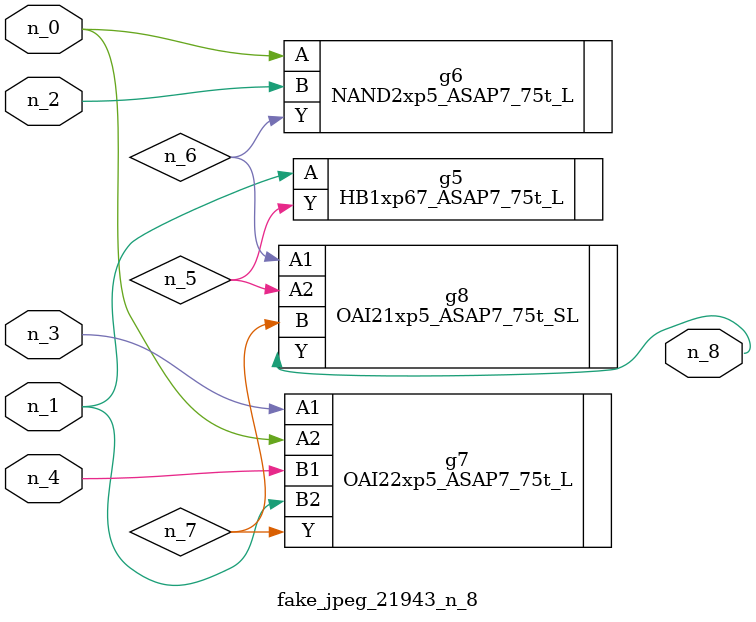
<source format=v>
module fake_jpeg_21943_n_8 (n_3, n_2, n_1, n_0, n_4, n_8);

input n_3;
input n_2;
input n_1;
input n_0;
input n_4;

output n_8;

wire n_6;
wire n_5;
wire n_7;

HB1xp67_ASAP7_75t_L g5 ( 
.A(n_1),
.Y(n_5)
);

NAND2xp5_ASAP7_75t_L g6 ( 
.A(n_0),
.B(n_2),
.Y(n_6)
);

OAI22xp5_ASAP7_75t_L g7 ( 
.A1(n_3),
.A2(n_0),
.B1(n_4),
.B2(n_1),
.Y(n_7)
);

OAI21xp5_ASAP7_75t_SL g8 ( 
.A1(n_6),
.A2(n_5),
.B(n_7),
.Y(n_8)
);


endmodule
</source>
